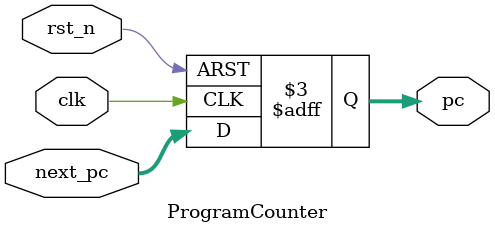
<source format=sv>

module ProgramCounter (
    input  logic        clk,        // Señal de reloj
    input  logic        rst_n,      // Reset asíncrono activo bajo
    input  logic [31:0] next_pc,    // Dirección del siguiente PC
    output logic [31:0] pc          // Valor actual del PC
);

    // Inicialización y reset asíncrono
    always_ff @(posedge clk or negedge rst_n) begin
        if (!rst_n) begin
            pc <= 32'h00000000;      // Valor inicial al reset
        end else begin
            pc <= next_pc;          // Actualiza PC en flanco
        end
    end

endmodule

</source>
